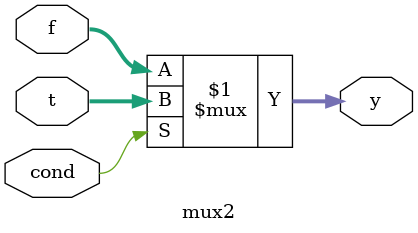
<source format=v>
module mux2 # (parameter WIDTH = 8)
        (input [WIDTH - 1:0] f, t,
        input cond,
        output reg [WIDTH -1:0] y);
    assign y = cond ? t : f;
endmodule
</source>
